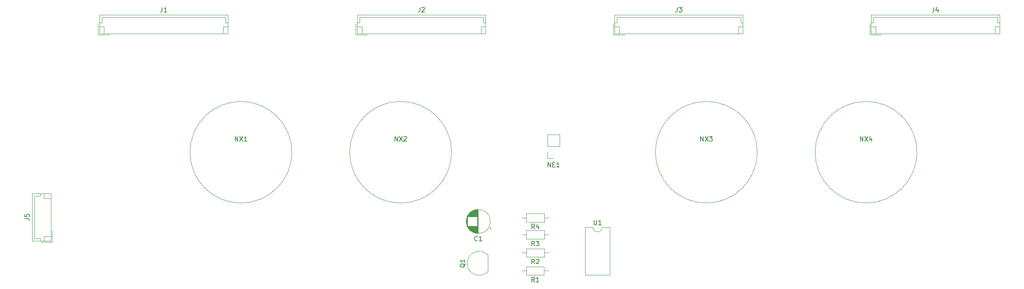
<source format=gbr>
%TF.GenerationSoftware,KiCad,Pcbnew,5.1.9+dfsg1-1+deb11u1*%
%TF.CreationDate,2023-02-08T14:45:02+08:00*%
%TF.ProjectId,IN12,494e3132-2e6b-4696-9361-645f70636258,v1.0*%
%TF.SameCoordinates,Original*%
%TF.FileFunction,Legend,Top*%
%TF.FilePolarity,Positive*%
%FSLAX46Y46*%
G04 Gerber Fmt 4.6, Leading zero omitted, Abs format (unit mm)*
G04 Created by KiCad (PCBNEW 5.1.9+dfsg1-1+deb11u1) date 2023-02-08 14:45:02*
%MOMM*%
%LPD*%
G01*
G04 APERTURE LIST*
%ADD10C,0.120000*%
%ADD11C,0.150000*%
G04 APERTURE END LIST*
D10*
%TO.C,NX4*%
X287875000Y-154375000D02*
G75*
G03*
X287875000Y-154375000I-11000000J0D01*
G01*
%TO.C,NX3*%
X253400000Y-154375000D02*
G75*
G03*
X253400000Y-154375000I-11000000J0D01*
G01*
%TO.C,NX2*%
X187400000Y-154375000D02*
G75*
G03*
X187400000Y-154375000I-11000000J0D01*
G01*
%TO.C,NX1*%
X152925000Y-154375000D02*
G75*
G03*
X152925000Y-154375000I-11000000J0D01*
G01*
%TO.C,U1*%
X221560000Y-170620000D02*
X219910000Y-170620000D01*
X221560000Y-180900000D02*
X221560000Y-170620000D01*
X216260000Y-180900000D02*
X221560000Y-180900000D01*
X216260000Y-170620000D02*
X216260000Y-180900000D01*
X217910000Y-170620000D02*
X216260000Y-170620000D01*
X219910000Y-170620000D02*
G75*
G02*
X217910000Y-170620000I-1000000J0D01*
G01*
%TO.C,R4*%
X202620000Y-168600000D02*
X203570000Y-168600000D01*
X208360000Y-168600000D02*
X207410000Y-168600000D01*
X203570000Y-169520000D02*
X207410000Y-169520000D01*
X203570000Y-167680000D02*
X203570000Y-169520000D01*
X207410000Y-167680000D02*
X203570000Y-167680000D01*
X207410000Y-169520000D02*
X207410000Y-167680000D01*
%TO.C,R3*%
X207410000Y-173170000D02*
X207410000Y-171330000D01*
X207410000Y-171330000D02*
X203570000Y-171330000D01*
X203570000Y-171330000D02*
X203570000Y-173170000D01*
X203570000Y-173170000D02*
X207410000Y-173170000D01*
X208360000Y-172250000D02*
X207410000Y-172250000D01*
X202620000Y-172250000D02*
X203570000Y-172250000D01*
%TO.C,R2*%
X207410000Y-177070000D02*
X207410000Y-175230000D01*
X207410000Y-175230000D02*
X203570000Y-175230000D01*
X203570000Y-175230000D02*
X203570000Y-177070000D01*
X203570000Y-177070000D02*
X207410000Y-177070000D01*
X208360000Y-176150000D02*
X207410000Y-176150000D01*
X202620000Y-176150000D02*
X203570000Y-176150000D01*
%TO.C,R1*%
X207380000Y-180970000D02*
X207380000Y-179130000D01*
X207380000Y-179130000D02*
X203540000Y-179130000D01*
X203540000Y-179130000D02*
X203540000Y-180970000D01*
X203540000Y-180970000D02*
X207380000Y-180970000D01*
X208330000Y-180050000D02*
X207380000Y-180050000D01*
X202590000Y-180050000D02*
X203540000Y-180050000D01*
%TO.C,Q1*%
X195200000Y-180230000D02*
X195200000Y-176630000D01*
X195188478Y-176591522D02*
G75*
G03*
X190750000Y-178430000I-1838478J-1838478D01*
G01*
X195188478Y-180268478D02*
G75*
G02*
X190750000Y-178430000I-1838478J1838478D01*
G01*
%TO.C,NE1*%
X210730000Y-153105000D02*
X208070000Y-153105000D01*
X210730000Y-153105000D02*
X210730000Y-150505000D01*
X210730000Y-150505000D02*
X208070000Y-150505000D01*
X208070000Y-153105000D02*
X208070000Y-150505000D01*
X208070000Y-155705000D02*
X208070000Y-154375000D01*
X209400000Y-155705000D02*
X208070000Y-155705000D01*
%TO.C,J5*%
X96890000Y-173560000D02*
X100910000Y-173560000D01*
X100910000Y-173560000D02*
X100910000Y-163340000D01*
X100910000Y-163340000D02*
X96890000Y-163340000D01*
X96890000Y-163340000D02*
X96890000Y-173560000D01*
X98600000Y-173560000D02*
X98600000Y-173060000D01*
X98600000Y-173060000D02*
X97390000Y-173060000D01*
X97390000Y-173060000D02*
X97390000Y-163840000D01*
X97390000Y-163840000D02*
X98600000Y-163840000D01*
X98600000Y-163840000D02*
X98600000Y-163340000D01*
X99410000Y-173560000D02*
X99410000Y-172560000D01*
X99410000Y-172560000D02*
X100910000Y-172560000D01*
X99410000Y-163340000D02*
X99410000Y-164340000D01*
X99410000Y-164340000D02*
X100910000Y-164340000D01*
X98710000Y-173860000D02*
X101210000Y-173860000D01*
X101210000Y-173860000D02*
X101210000Y-171360000D01*
%TO.C,J4*%
X277990000Y-124640000D02*
X277990000Y-128660000D01*
X277990000Y-128660000D02*
X305710000Y-128660000D01*
X305710000Y-128660000D02*
X305710000Y-124640000D01*
X305710000Y-124640000D02*
X277990000Y-124640000D01*
X277990000Y-126350000D02*
X278490000Y-126350000D01*
X278490000Y-126350000D02*
X278490000Y-125140000D01*
X278490000Y-125140000D02*
X305210000Y-125140000D01*
X305210000Y-125140000D02*
X305210000Y-126350000D01*
X305210000Y-126350000D02*
X305710000Y-126350000D01*
X277990000Y-127160000D02*
X278990000Y-127160000D01*
X278990000Y-127160000D02*
X278990000Y-128660000D01*
X305710000Y-127160000D02*
X304710000Y-127160000D01*
X304710000Y-127160000D02*
X304710000Y-128660000D01*
X277690000Y-126460000D02*
X277690000Y-128960000D01*
X277690000Y-128960000D02*
X280190000Y-128960000D01*
%TO.C,J3*%
X222590000Y-124640000D02*
X222590000Y-128660000D01*
X222590000Y-128660000D02*
X250310000Y-128660000D01*
X250310000Y-128660000D02*
X250310000Y-124640000D01*
X250310000Y-124640000D02*
X222590000Y-124640000D01*
X222590000Y-126350000D02*
X223090000Y-126350000D01*
X223090000Y-126350000D02*
X223090000Y-125140000D01*
X223090000Y-125140000D02*
X249810000Y-125140000D01*
X249810000Y-125140000D02*
X249810000Y-126350000D01*
X249810000Y-126350000D02*
X250310000Y-126350000D01*
X222590000Y-127160000D02*
X223590000Y-127160000D01*
X223590000Y-127160000D02*
X223590000Y-128660000D01*
X250310000Y-127160000D02*
X249310000Y-127160000D01*
X249310000Y-127160000D02*
X249310000Y-128660000D01*
X222290000Y-126460000D02*
X222290000Y-128960000D01*
X222290000Y-128960000D02*
X224790000Y-128960000D01*
%TO.C,J2*%
X167040000Y-124640000D02*
X167040000Y-128660000D01*
X167040000Y-128660000D02*
X194760000Y-128660000D01*
X194760000Y-128660000D02*
X194760000Y-124640000D01*
X194760000Y-124640000D02*
X167040000Y-124640000D01*
X167040000Y-126350000D02*
X167540000Y-126350000D01*
X167540000Y-126350000D02*
X167540000Y-125140000D01*
X167540000Y-125140000D02*
X194260000Y-125140000D01*
X194260000Y-125140000D02*
X194260000Y-126350000D01*
X194260000Y-126350000D02*
X194760000Y-126350000D01*
X167040000Y-127160000D02*
X168040000Y-127160000D01*
X168040000Y-127160000D02*
X168040000Y-128660000D01*
X194760000Y-127160000D02*
X193760000Y-127160000D01*
X193760000Y-127160000D02*
X193760000Y-128660000D01*
X166740000Y-126460000D02*
X166740000Y-128960000D01*
X166740000Y-128960000D02*
X169240000Y-128960000D01*
%TO.C,J1*%
X111390000Y-124640000D02*
X111390000Y-128660000D01*
X111390000Y-128660000D02*
X139110000Y-128660000D01*
X139110000Y-128660000D02*
X139110000Y-124640000D01*
X139110000Y-124640000D02*
X111390000Y-124640000D01*
X111390000Y-126350000D02*
X111890000Y-126350000D01*
X111890000Y-126350000D02*
X111890000Y-125140000D01*
X111890000Y-125140000D02*
X138610000Y-125140000D01*
X138610000Y-125140000D02*
X138610000Y-126350000D01*
X138610000Y-126350000D02*
X139110000Y-126350000D01*
X111390000Y-127160000D02*
X112390000Y-127160000D01*
X112390000Y-127160000D02*
X112390000Y-128660000D01*
X139110000Y-127160000D02*
X138110000Y-127160000D01*
X138110000Y-127160000D02*
X138110000Y-128660000D01*
X111090000Y-126460000D02*
X111090000Y-128960000D01*
X111090000Y-128960000D02*
X113590000Y-128960000D01*
%TO.C,C1*%
X195770000Y-169350000D02*
G75*
G03*
X195770000Y-169350000I-2620000J0D01*
G01*
X193150000Y-171930000D02*
X193150000Y-166770000D01*
X193110000Y-171930000D02*
X193110000Y-166770000D01*
X193070000Y-171929000D02*
X193070000Y-166771000D01*
X193030000Y-171928000D02*
X193030000Y-166772000D01*
X192990000Y-171926000D02*
X192990000Y-166774000D01*
X192950000Y-171923000D02*
X192950000Y-166777000D01*
X192910000Y-171919000D02*
X192910000Y-170390000D01*
X192910000Y-168310000D02*
X192910000Y-166781000D01*
X192870000Y-171915000D02*
X192870000Y-170390000D01*
X192870000Y-168310000D02*
X192870000Y-166785000D01*
X192830000Y-171911000D02*
X192830000Y-170390000D01*
X192830000Y-168310000D02*
X192830000Y-166789000D01*
X192790000Y-171906000D02*
X192790000Y-170390000D01*
X192790000Y-168310000D02*
X192790000Y-166794000D01*
X192750000Y-171900000D02*
X192750000Y-170390000D01*
X192750000Y-168310000D02*
X192750000Y-166800000D01*
X192710000Y-171893000D02*
X192710000Y-170390000D01*
X192710000Y-168310000D02*
X192710000Y-166807000D01*
X192670000Y-171886000D02*
X192670000Y-170390000D01*
X192670000Y-168310000D02*
X192670000Y-166814000D01*
X192630000Y-171878000D02*
X192630000Y-170390000D01*
X192630000Y-168310000D02*
X192630000Y-166822000D01*
X192590000Y-171870000D02*
X192590000Y-170390000D01*
X192590000Y-168310000D02*
X192590000Y-166830000D01*
X192550000Y-171861000D02*
X192550000Y-170390000D01*
X192550000Y-168310000D02*
X192550000Y-166839000D01*
X192510000Y-171851000D02*
X192510000Y-170390000D01*
X192510000Y-168310000D02*
X192510000Y-166849000D01*
X192470000Y-171841000D02*
X192470000Y-170390000D01*
X192470000Y-168310000D02*
X192470000Y-166859000D01*
X192429000Y-171830000D02*
X192429000Y-170390000D01*
X192429000Y-168310000D02*
X192429000Y-166870000D01*
X192389000Y-171818000D02*
X192389000Y-170390000D01*
X192389000Y-168310000D02*
X192389000Y-166882000D01*
X192349000Y-171805000D02*
X192349000Y-170390000D01*
X192349000Y-168310000D02*
X192349000Y-166895000D01*
X192309000Y-171792000D02*
X192309000Y-170390000D01*
X192309000Y-168310000D02*
X192309000Y-166908000D01*
X192269000Y-171778000D02*
X192269000Y-170390000D01*
X192269000Y-168310000D02*
X192269000Y-166922000D01*
X192229000Y-171764000D02*
X192229000Y-170390000D01*
X192229000Y-168310000D02*
X192229000Y-166936000D01*
X192189000Y-171748000D02*
X192189000Y-170390000D01*
X192189000Y-168310000D02*
X192189000Y-166952000D01*
X192149000Y-171732000D02*
X192149000Y-170390000D01*
X192149000Y-168310000D02*
X192149000Y-166968000D01*
X192109000Y-171715000D02*
X192109000Y-170390000D01*
X192109000Y-168310000D02*
X192109000Y-166985000D01*
X192069000Y-171698000D02*
X192069000Y-170390000D01*
X192069000Y-168310000D02*
X192069000Y-167002000D01*
X192029000Y-171679000D02*
X192029000Y-170390000D01*
X192029000Y-168310000D02*
X192029000Y-167021000D01*
X191989000Y-171660000D02*
X191989000Y-170390000D01*
X191989000Y-168310000D02*
X191989000Y-167040000D01*
X191949000Y-171640000D02*
X191949000Y-170390000D01*
X191949000Y-168310000D02*
X191949000Y-167060000D01*
X191909000Y-171618000D02*
X191909000Y-170390000D01*
X191909000Y-168310000D02*
X191909000Y-167082000D01*
X191869000Y-171597000D02*
X191869000Y-170390000D01*
X191869000Y-168310000D02*
X191869000Y-167103000D01*
X191829000Y-171574000D02*
X191829000Y-170390000D01*
X191829000Y-168310000D02*
X191829000Y-167126000D01*
X191789000Y-171550000D02*
X191789000Y-170390000D01*
X191789000Y-168310000D02*
X191789000Y-167150000D01*
X191749000Y-171525000D02*
X191749000Y-170390000D01*
X191749000Y-168310000D02*
X191749000Y-167175000D01*
X191709000Y-171499000D02*
X191709000Y-170390000D01*
X191709000Y-168310000D02*
X191709000Y-167201000D01*
X191669000Y-171472000D02*
X191669000Y-170390000D01*
X191669000Y-168310000D02*
X191669000Y-167228000D01*
X191629000Y-171445000D02*
X191629000Y-170390000D01*
X191629000Y-168310000D02*
X191629000Y-167255000D01*
X191589000Y-171415000D02*
X191589000Y-170390000D01*
X191589000Y-168310000D02*
X191589000Y-167285000D01*
X191549000Y-171385000D02*
X191549000Y-170390000D01*
X191549000Y-168310000D02*
X191549000Y-167315000D01*
X191509000Y-171354000D02*
X191509000Y-170390000D01*
X191509000Y-168310000D02*
X191509000Y-167346000D01*
X191469000Y-171321000D02*
X191469000Y-170390000D01*
X191469000Y-168310000D02*
X191469000Y-167379000D01*
X191429000Y-171287000D02*
X191429000Y-170390000D01*
X191429000Y-168310000D02*
X191429000Y-167413000D01*
X191389000Y-171251000D02*
X191389000Y-170390000D01*
X191389000Y-168310000D02*
X191389000Y-167449000D01*
X191349000Y-171214000D02*
X191349000Y-170390000D01*
X191349000Y-168310000D02*
X191349000Y-167486000D01*
X191309000Y-171176000D02*
X191309000Y-170390000D01*
X191309000Y-168310000D02*
X191309000Y-167524000D01*
X191269000Y-171135000D02*
X191269000Y-170390000D01*
X191269000Y-168310000D02*
X191269000Y-167565000D01*
X191229000Y-171093000D02*
X191229000Y-170390000D01*
X191229000Y-168310000D02*
X191229000Y-167607000D01*
X191189000Y-171049000D02*
X191189000Y-170390000D01*
X191189000Y-168310000D02*
X191189000Y-167651000D01*
X191149000Y-171003000D02*
X191149000Y-170390000D01*
X191149000Y-168310000D02*
X191149000Y-167697000D01*
X191109000Y-170955000D02*
X191109000Y-170390000D01*
X191109000Y-168310000D02*
X191109000Y-167745000D01*
X191069000Y-170904000D02*
X191069000Y-170390000D01*
X191069000Y-168310000D02*
X191069000Y-167796000D01*
X191029000Y-170850000D02*
X191029000Y-170390000D01*
X191029000Y-168310000D02*
X191029000Y-167850000D01*
X190989000Y-170793000D02*
X190989000Y-170390000D01*
X190989000Y-168310000D02*
X190989000Y-167907000D01*
X190949000Y-170733000D02*
X190949000Y-170390000D01*
X190949000Y-168310000D02*
X190949000Y-167967000D01*
X190909000Y-170669000D02*
X190909000Y-170390000D01*
X190909000Y-168310000D02*
X190909000Y-168031000D01*
X190869000Y-170601000D02*
X190869000Y-170390000D01*
X190869000Y-168310000D02*
X190869000Y-168099000D01*
X190829000Y-170528000D02*
X190829000Y-168172000D01*
X190789000Y-170448000D02*
X190789000Y-168252000D01*
X190749000Y-170361000D02*
X190749000Y-168339000D01*
X190709000Y-170265000D02*
X190709000Y-168435000D01*
X190669000Y-170155000D02*
X190669000Y-168545000D01*
X190629000Y-170027000D02*
X190629000Y-168673000D01*
X190589000Y-169868000D02*
X190589000Y-168832000D01*
X190549000Y-169634000D02*
X190549000Y-169066000D01*
X195954775Y-170825000D02*
X195454775Y-170825000D01*
X195704775Y-171075000D02*
X195704775Y-170575000D01*
%TO.C,NX4*%
D11*
X275636904Y-151957180D02*
X275636904Y-150957180D01*
X276208333Y-151957180D01*
X276208333Y-150957180D01*
X276589285Y-150957180D02*
X277255952Y-151957180D01*
X277255952Y-150957180D02*
X276589285Y-151957180D01*
X278065476Y-151290514D02*
X278065476Y-151957180D01*
X277827380Y-150909561D02*
X277589285Y-151623847D01*
X278208333Y-151623847D01*
%TO.C,NX3*%
X241161904Y-151957180D02*
X241161904Y-150957180D01*
X241733333Y-151957180D01*
X241733333Y-150957180D01*
X242114285Y-150957180D02*
X242780952Y-151957180D01*
X242780952Y-150957180D02*
X242114285Y-151957180D01*
X243066666Y-150957180D02*
X243685714Y-150957180D01*
X243352380Y-151338133D01*
X243495238Y-151338133D01*
X243590476Y-151385752D01*
X243638095Y-151433371D01*
X243685714Y-151528609D01*
X243685714Y-151766704D01*
X243638095Y-151861942D01*
X243590476Y-151909561D01*
X243495238Y-151957180D01*
X243209523Y-151957180D01*
X243114285Y-151909561D01*
X243066666Y-151861942D01*
%TO.C,NX2*%
X175161904Y-151957180D02*
X175161904Y-150957180D01*
X175733333Y-151957180D01*
X175733333Y-150957180D01*
X176114285Y-150957180D02*
X176780952Y-151957180D01*
X176780952Y-150957180D02*
X176114285Y-151957180D01*
X177114285Y-151052419D02*
X177161904Y-151004800D01*
X177257142Y-150957180D01*
X177495238Y-150957180D01*
X177590476Y-151004800D01*
X177638095Y-151052419D01*
X177685714Y-151147657D01*
X177685714Y-151242895D01*
X177638095Y-151385752D01*
X177066666Y-151957180D01*
X177685714Y-151957180D01*
%TO.C,NX1*%
X140686904Y-151957180D02*
X140686904Y-150957180D01*
X141258333Y-151957180D01*
X141258333Y-150957180D01*
X141639285Y-150957180D02*
X142305952Y-151957180D01*
X142305952Y-150957180D02*
X141639285Y-151957180D01*
X143210714Y-151957180D02*
X142639285Y-151957180D01*
X142925000Y-151957180D02*
X142925000Y-150957180D01*
X142829761Y-151100038D01*
X142734523Y-151195276D01*
X142639285Y-151242895D01*
%TO.C,U1*%
X218148095Y-169072380D02*
X218148095Y-169881904D01*
X218195714Y-169977142D01*
X218243333Y-170024761D01*
X218338571Y-170072380D01*
X218529047Y-170072380D01*
X218624285Y-170024761D01*
X218671904Y-169977142D01*
X218719523Y-169881904D01*
X218719523Y-169072380D01*
X219719523Y-170072380D02*
X219148095Y-170072380D01*
X219433809Y-170072380D02*
X219433809Y-169072380D01*
X219338571Y-169215238D01*
X219243333Y-169310476D01*
X219148095Y-169358095D01*
%TO.C,R4*%
X205323333Y-170972380D02*
X204990000Y-170496190D01*
X204751904Y-170972380D02*
X204751904Y-169972380D01*
X205132857Y-169972380D01*
X205228095Y-170020000D01*
X205275714Y-170067619D01*
X205323333Y-170162857D01*
X205323333Y-170305714D01*
X205275714Y-170400952D01*
X205228095Y-170448571D01*
X205132857Y-170496190D01*
X204751904Y-170496190D01*
X206180476Y-170305714D02*
X206180476Y-170972380D01*
X205942380Y-169924761D02*
X205704285Y-170639047D01*
X206323333Y-170639047D01*
%TO.C,R3*%
X205323333Y-174622380D02*
X204990000Y-174146190D01*
X204751904Y-174622380D02*
X204751904Y-173622380D01*
X205132857Y-173622380D01*
X205228095Y-173670000D01*
X205275714Y-173717619D01*
X205323333Y-173812857D01*
X205323333Y-173955714D01*
X205275714Y-174050952D01*
X205228095Y-174098571D01*
X205132857Y-174146190D01*
X204751904Y-174146190D01*
X205656666Y-173622380D02*
X206275714Y-173622380D01*
X205942380Y-174003333D01*
X206085238Y-174003333D01*
X206180476Y-174050952D01*
X206228095Y-174098571D01*
X206275714Y-174193809D01*
X206275714Y-174431904D01*
X206228095Y-174527142D01*
X206180476Y-174574761D01*
X206085238Y-174622380D01*
X205799523Y-174622380D01*
X205704285Y-174574761D01*
X205656666Y-174527142D01*
%TO.C,R2*%
X205323333Y-178522380D02*
X204990000Y-178046190D01*
X204751904Y-178522380D02*
X204751904Y-177522380D01*
X205132857Y-177522380D01*
X205228095Y-177570000D01*
X205275714Y-177617619D01*
X205323333Y-177712857D01*
X205323333Y-177855714D01*
X205275714Y-177950952D01*
X205228095Y-177998571D01*
X205132857Y-178046190D01*
X204751904Y-178046190D01*
X205704285Y-177617619D02*
X205751904Y-177570000D01*
X205847142Y-177522380D01*
X206085238Y-177522380D01*
X206180476Y-177570000D01*
X206228095Y-177617619D01*
X206275714Y-177712857D01*
X206275714Y-177808095D01*
X206228095Y-177950952D01*
X205656666Y-178522380D01*
X206275714Y-178522380D01*
%TO.C,R1*%
X205293333Y-182422380D02*
X204960000Y-181946190D01*
X204721904Y-182422380D02*
X204721904Y-181422380D01*
X205102857Y-181422380D01*
X205198095Y-181470000D01*
X205245714Y-181517619D01*
X205293333Y-181612857D01*
X205293333Y-181755714D01*
X205245714Y-181850952D01*
X205198095Y-181898571D01*
X205102857Y-181946190D01*
X204721904Y-181946190D01*
X206245714Y-182422380D02*
X205674285Y-182422380D01*
X205960000Y-182422380D02*
X205960000Y-181422380D01*
X205864761Y-181565238D01*
X205769523Y-181660476D01*
X205674285Y-181708095D01*
%TO.C,Q1*%
X190337619Y-178525238D02*
X190290000Y-178620476D01*
X190194761Y-178715714D01*
X190051904Y-178858571D01*
X190004285Y-178953809D01*
X190004285Y-179049047D01*
X190242380Y-179001428D02*
X190194761Y-179096666D01*
X190099523Y-179191904D01*
X189909047Y-179239523D01*
X189575714Y-179239523D01*
X189385238Y-179191904D01*
X189290000Y-179096666D01*
X189242380Y-179001428D01*
X189242380Y-178810952D01*
X189290000Y-178715714D01*
X189385238Y-178620476D01*
X189575714Y-178572857D01*
X189909047Y-178572857D01*
X190099523Y-178620476D01*
X190194761Y-178715714D01*
X190242380Y-178810952D01*
X190242380Y-179001428D01*
X190242380Y-177620476D02*
X190242380Y-178191904D01*
X190242380Y-177906190D02*
X189242380Y-177906190D01*
X189385238Y-178001428D01*
X189480476Y-178096666D01*
X189528095Y-178191904D01*
%TO.C,NE1*%
X208185714Y-157597380D02*
X208185714Y-156597380D01*
X208757142Y-157597380D01*
X208757142Y-156597380D01*
X209233333Y-157073571D02*
X209566666Y-157073571D01*
X209709523Y-157597380D02*
X209233333Y-157597380D01*
X209233333Y-156597380D01*
X209709523Y-156597380D01*
X210661904Y-157597380D02*
X210090476Y-157597380D01*
X210376190Y-157597380D02*
X210376190Y-156597380D01*
X210280952Y-156740238D01*
X210185714Y-156835476D01*
X210090476Y-156883095D01*
%TO.C,J5*%
X95252380Y-168783333D02*
X95966666Y-168783333D01*
X96109523Y-168830952D01*
X96204761Y-168926190D01*
X96252380Y-169069047D01*
X96252380Y-169164285D01*
X95252380Y-167830952D02*
X95252380Y-168307142D01*
X95728571Y-168354761D01*
X95680952Y-168307142D01*
X95633333Y-168211904D01*
X95633333Y-167973809D01*
X95680952Y-167878571D01*
X95728571Y-167830952D01*
X95823809Y-167783333D01*
X96061904Y-167783333D01*
X96157142Y-167830952D01*
X96204761Y-167878571D01*
X96252380Y-167973809D01*
X96252380Y-168211904D01*
X96204761Y-168307142D01*
X96157142Y-168354761D01*
%TO.C,J4*%
X291516666Y-123002380D02*
X291516666Y-123716666D01*
X291469047Y-123859523D01*
X291373809Y-123954761D01*
X291230952Y-124002380D01*
X291135714Y-124002380D01*
X292421428Y-123335714D02*
X292421428Y-124002380D01*
X292183333Y-122954761D02*
X291945238Y-123669047D01*
X292564285Y-123669047D01*
%TO.C,J3*%
X236116666Y-123002380D02*
X236116666Y-123716666D01*
X236069047Y-123859523D01*
X235973809Y-123954761D01*
X235830952Y-124002380D01*
X235735714Y-124002380D01*
X236497619Y-123002380D02*
X237116666Y-123002380D01*
X236783333Y-123383333D01*
X236926190Y-123383333D01*
X237021428Y-123430952D01*
X237069047Y-123478571D01*
X237116666Y-123573809D01*
X237116666Y-123811904D01*
X237069047Y-123907142D01*
X237021428Y-123954761D01*
X236926190Y-124002380D01*
X236640476Y-124002380D01*
X236545238Y-123954761D01*
X236497619Y-123907142D01*
%TO.C,J2*%
X180566666Y-123002380D02*
X180566666Y-123716666D01*
X180519047Y-123859523D01*
X180423809Y-123954761D01*
X180280952Y-124002380D01*
X180185714Y-124002380D01*
X180995238Y-123097619D02*
X181042857Y-123050000D01*
X181138095Y-123002380D01*
X181376190Y-123002380D01*
X181471428Y-123050000D01*
X181519047Y-123097619D01*
X181566666Y-123192857D01*
X181566666Y-123288095D01*
X181519047Y-123430952D01*
X180947619Y-124002380D01*
X181566666Y-124002380D01*
%TO.C,J1*%
X124916666Y-123002380D02*
X124916666Y-123716666D01*
X124869047Y-123859523D01*
X124773809Y-123954761D01*
X124630952Y-124002380D01*
X124535714Y-124002380D01*
X125916666Y-124002380D02*
X125345238Y-124002380D01*
X125630952Y-124002380D02*
X125630952Y-123002380D01*
X125535714Y-123145238D01*
X125440476Y-123240476D01*
X125345238Y-123288095D01*
%TO.C,C1*%
X192983333Y-173457142D02*
X192935714Y-173504761D01*
X192792857Y-173552380D01*
X192697619Y-173552380D01*
X192554761Y-173504761D01*
X192459523Y-173409523D01*
X192411904Y-173314285D01*
X192364285Y-173123809D01*
X192364285Y-172980952D01*
X192411904Y-172790476D01*
X192459523Y-172695238D01*
X192554761Y-172600000D01*
X192697619Y-172552380D01*
X192792857Y-172552380D01*
X192935714Y-172600000D01*
X192983333Y-172647619D01*
X193935714Y-173552380D02*
X193364285Y-173552380D01*
X193650000Y-173552380D02*
X193650000Y-172552380D01*
X193554761Y-172695238D01*
X193459523Y-172790476D01*
X193364285Y-172838095D01*
%TD*%
M02*

</source>
